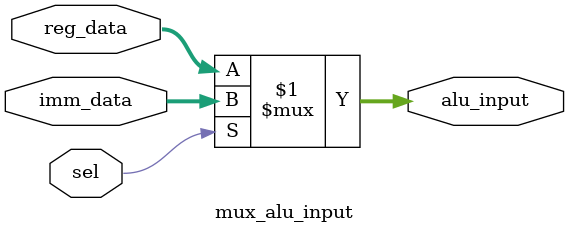
<source format=v>
`timescale 1ns / 1ps

module mux_alu_input(
    input wire [31:0] reg_data,    // 寄存器数据输入
    input wire [31:0] imm_data,    // 立即数输入
    input wire sel,                // 选择信号
    output wire [31:0] alu_input   // ALU输入输出
);
    // 根据选择信号选择输出
    assign alu_input = sel ? imm_data : reg_data;
endmodule 
</source>
